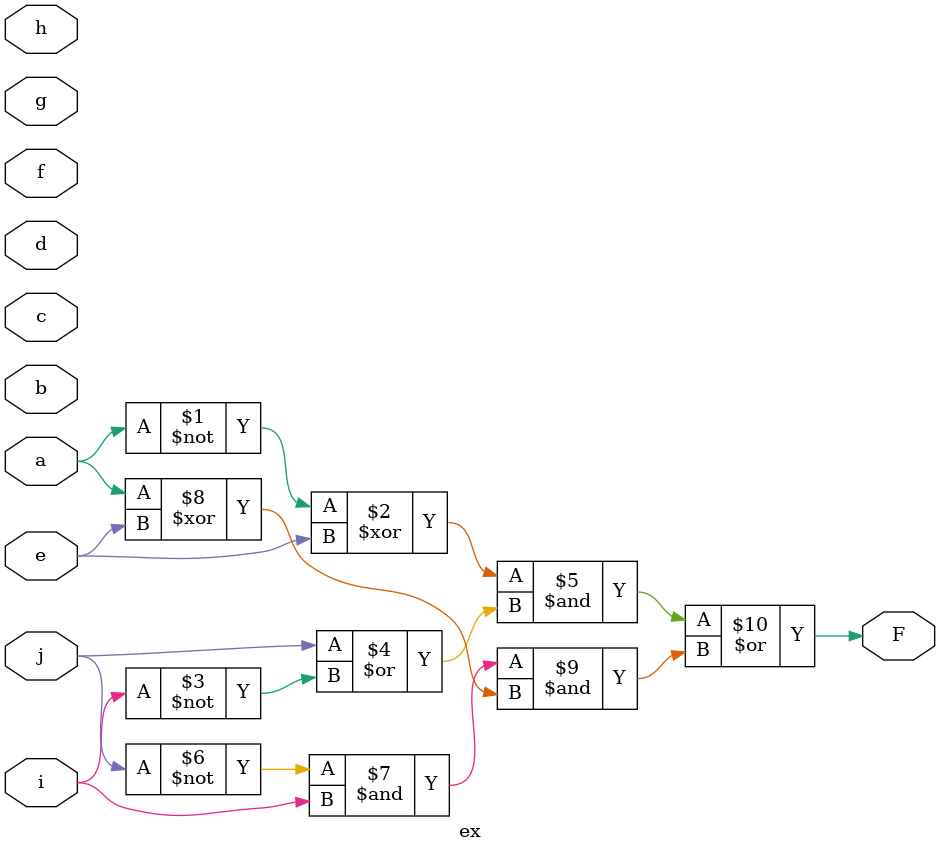
<source format=v>

module ex ( 
    a, b, c, d, e, f, g, h, i, j,
    F  );
  input  a, b, c, d, e, f, g, h, i, j;
  output F;
  assign F = ((~a ^ e) & (j | ~i)) | (~j & i & (a ^ e));
endmodule



</source>
